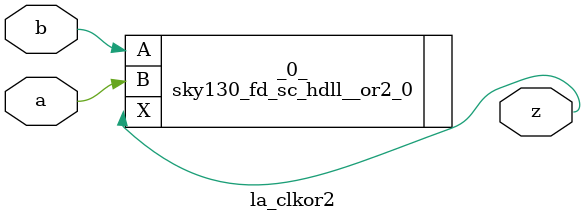
<source format=v>

/* Generated by Yosys 0.37 (git sha1 a5c7f69ed, clang 14.0.0-1ubuntu1.1 -fPIC -Os) */

module la_clkor2(a, b, z);
  input a;
  wire a;
  input b;
  wire b;
  output z;
  wire z;
  sky130_fd_sc_hdll__or2_0 _0_ (
    .A(b),
    .B(a),
    .X(z)
  );
endmodule

</source>
